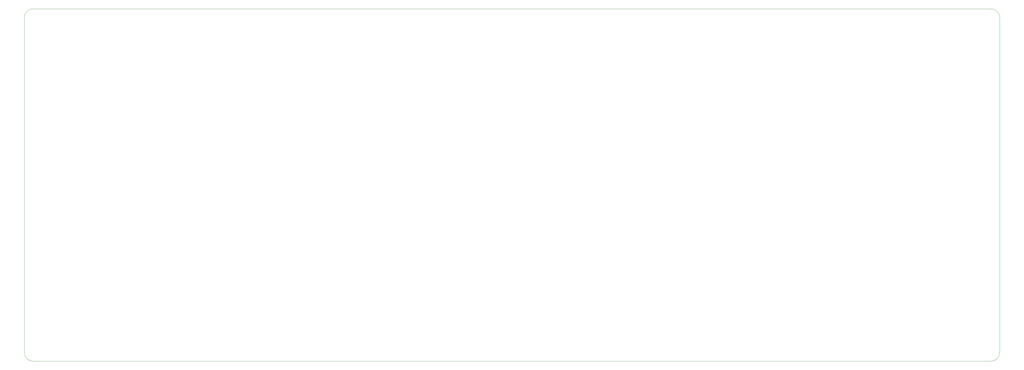
<source format=gbr>
G04*
G04 #@! TF.GenerationSoftware,Altium Limited,Altium Designer,25.6.2 (33)*
G04*
G04 Layer_Color=0*
%FSLAX25Y25*%
%MOIN*%
G70*
G04*
G04 #@! TF.SameCoordinates,382BDFDD-3B37-4485-9E84-E16E40AE936B*
G04*
G04*
G04 #@! TF.FilePolarity,Positive*
G04*
G01*
G75*
%ADD69C,0.00100*%
D69*
X43307Y94488D02*
X43307Y559055D01*
D02*
G02*
X55118Y570866I11811J0D01*
G01*
X1381890D01*
D02*
G02*
X1393701Y559055I0J-11811D01*
G01*
Y94488D01*
D02*
G02*
X1381890Y82677I-11811J0D01*
G01*
X55118D01*
D02*
G02*
X43307Y94488I-0J11811D01*
G01*
M02*

</source>
